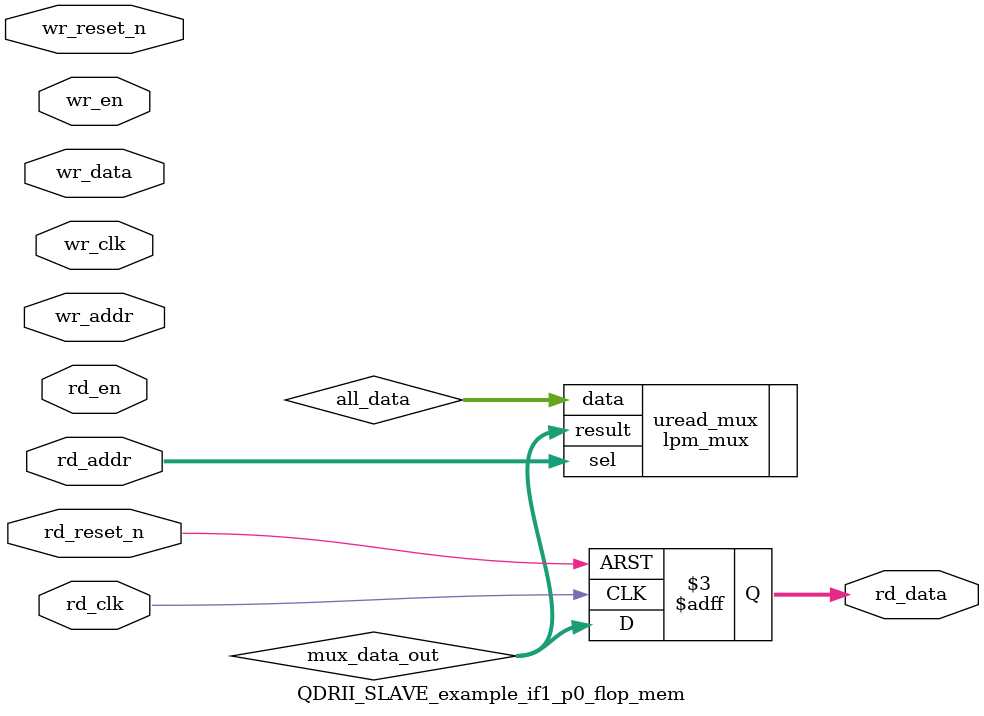
<source format=v>



`timescale 1 ps / 1 ps

(* altera_attribute = "-name ALLOW_SYNCH_CTRL_USAGE ON;-name AUTO_CLOCK_ENABLE_RECOGNITION ON" *)
module QDRII_SLAVE_example_if1_p0_flop_mem(
	wr_reset_n,
	wr_clk,
	wr_en,
	wr_addr,
	wr_data,
	rd_reset_n,
	rd_clk,
	rd_en,
	rd_addr,
	rd_data
);

parameter WRITE_MEM_DEPTH	= "";
parameter WRITE_ADDR_WIDTH	= "";
parameter WRITE_DATA_WIDTH	= "";
parameter READ_MEM_DEPTH	= "";
parameter READ_ADDR_WIDTH	= "";		 
parameter READ_DATA_WIDTH	= "";


input	wr_reset_n;
input	wr_clk;
input	wr_en;
input	[WRITE_ADDR_WIDTH-1:0] wr_addr;
input	[WRITE_DATA_WIDTH-1:0] wr_data;
input	rd_reset_n;
input	rd_clk;
input	rd_en;
input	[READ_ADDR_WIDTH-1:0] rd_addr;
output	[READ_DATA_WIDTH-1:0] rd_data;



wire	[WRITE_DATA_WIDTH*WRITE_MEM_DEPTH-1:0] all_data;
wire	[READ_DATA_WIDTH-1:0] mux_data_out;



// declare a memory with WRITE_MEM_DEPTH entries
// each entry contains a data size of WRITE_DATA_WIDTH
reg	[WRITE_DATA_WIDTH-1:0] data_stored [0:WRITE_MEM_DEPTH-1] /* synthesis syn_preserve = 1 */;
reg	[READ_DATA_WIDTH-1:0] rd_data;

generate
genvar entry;
	for (entry=0; entry < WRITE_MEM_DEPTH; entry=entry+1)
	begin: mem_location
		assign all_data[(WRITE_DATA_WIDTH*(entry+1)-1) : (WRITE_DATA_WIDTH*entry)] = data_stored[entry]; 
		
		always @(posedge wr_clk or negedge wr_reset_n)
		begin
			if (~wr_reset_n) begin
				data_stored[entry] <= {WRITE_DATA_WIDTH{1'b0}};
			end else begin
				if (wr_en) begin
					if (entry == wr_addr) begin
						data_stored[entry] <= wr_data;
					end
				end
			end
		end		
	end
endgenerate

// mux to select the correct output data based on read address
lpm_mux	uread_mux(
	.sel (rd_addr),
	.data (all_data),
	.result (mux_data_out)
	// synopsys translate_off
	,
	.aclr (),
	.clken (),
	.clock ()
	// synopsys translate_on
	);
 defparam uread_mux.lpm_size = READ_MEM_DEPTH;
 defparam uread_mux.lpm_type = "LPM_MUX";
 defparam uread_mux.lpm_width = READ_DATA_WIDTH;
 defparam uread_mux.lpm_widths = READ_ADDR_WIDTH;

always @(posedge rd_clk or negedge rd_reset_n)	
begin
	if (~rd_reset_n) begin
		rd_data <= {READ_DATA_WIDTH{1'b0}};
	end else begin
		rd_data <= mux_data_out;
	end
end

endmodule

</source>
